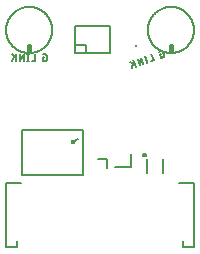
<source format=gbo>
G75*
%MOIN*%
%OFA0B0*%
%FSLAX25Y25*%
%IPPOS*%
%LPD*%
%AMOC8*
5,1,8,0,0,1.08239X$1,22.5*
%
%ADD10C,0.00787*%
%ADD11C,0.01575*%
%ADD12C,0.00600*%
%ADD13C,0.00787*%
%ADD14C,0.00500*%
%ADD15C,0.01761*%
D10*
X0166659Y0119425D02*
X0166661Y0119614D01*
X0166668Y0119802D01*
X0166680Y0119990D01*
X0166696Y0120178D01*
X0166717Y0120366D01*
X0166742Y0120553D01*
X0166772Y0120739D01*
X0166807Y0120925D01*
X0166846Y0121109D01*
X0166889Y0121293D01*
X0166937Y0121475D01*
X0166990Y0121656D01*
X0167047Y0121836D01*
X0167108Y0122015D01*
X0167174Y0122192D01*
X0167244Y0122367D01*
X0167318Y0122540D01*
X0167397Y0122712D01*
X0167480Y0122881D01*
X0167567Y0123049D01*
X0167658Y0123214D01*
X0167753Y0123377D01*
X0167852Y0123538D01*
X0167954Y0123696D01*
X0168061Y0123851D01*
X0168172Y0124004D01*
X0168286Y0124154D01*
X0168404Y0124302D01*
X0168525Y0124446D01*
X0168650Y0124587D01*
X0168779Y0124725D01*
X0168910Y0124861D01*
X0169046Y0124992D01*
X0169184Y0125121D01*
X0169325Y0125246D01*
X0169469Y0125367D01*
X0169617Y0125485D01*
X0169767Y0125599D01*
X0169920Y0125710D01*
X0170075Y0125817D01*
X0170233Y0125919D01*
X0170394Y0126018D01*
X0170557Y0126113D01*
X0170722Y0126204D01*
X0170890Y0126291D01*
X0171059Y0126374D01*
X0171231Y0126453D01*
X0171404Y0126527D01*
X0171579Y0126597D01*
X0171756Y0126663D01*
X0171935Y0126724D01*
X0172115Y0126781D01*
X0172296Y0126834D01*
X0172478Y0126882D01*
X0172662Y0126925D01*
X0172846Y0126964D01*
X0173032Y0126999D01*
X0173218Y0127029D01*
X0173405Y0127054D01*
X0173593Y0127075D01*
X0173781Y0127091D01*
X0173969Y0127103D01*
X0174157Y0127110D01*
X0174346Y0127112D01*
X0174535Y0127110D01*
X0174723Y0127103D01*
X0174911Y0127091D01*
X0175099Y0127075D01*
X0175287Y0127054D01*
X0175474Y0127029D01*
X0175660Y0126999D01*
X0175846Y0126964D01*
X0176030Y0126925D01*
X0176214Y0126882D01*
X0176396Y0126834D01*
X0176577Y0126781D01*
X0176757Y0126724D01*
X0176936Y0126663D01*
X0177113Y0126597D01*
X0177288Y0126527D01*
X0177461Y0126453D01*
X0177633Y0126374D01*
X0177802Y0126291D01*
X0177970Y0126204D01*
X0178135Y0126113D01*
X0178298Y0126018D01*
X0178459Y0125919D01*
X0178617Y0125817D01*
X0178772Y0125710D01*
X0178925Y0125599D01*
X0179075Y0125485D01*
X0179223Y0125367D01*
X0179367Y0125246D01*
X0179508Y0125121D01*
X0179646Y0124992D01*
X0179782Y0124861D01*
X0179913Y0124725D01*
X0180042Y0124587D01*
X0180167Y0124446D01*
X0180288Y0124302D01*
X0180406Y0124154D01*
X0180520Y0124004D01*
X0180631Y0123851D01*
X0180738Y0123696D01*
X0180840Y0123538D01*
X0180939Y0123377D01*
X0181034Y0123214D01*
X0181125Y0123049D01*
X0181212Y0122881D01*
X0181295Y0122712D01*
X0181374Y0122540D01*
X0181448Y0122367D01*
X0181518Y0122192D01*
X0181584Y0122015D01*
X0181645Y0121836D01*
X0181702Y0121656D01*
X0181755Y0121475D01*
X0181803Y0121293D01*
X0181846Y0121109D01*
X0181885Y0120925D01*
X0181920Y0120739D01*
X0181950Y0120553D01*
X0181975Y0120366D01*
X0181996Y0120178D01*
X0182012Y0119990D01*
X0182024Y0119802D01*
X0182031Y0119614D01*
X0182033Y0119425D01*
X0182031Y0119236D01*
X0182024Y0119048D01*
X0182012Y0118860D01*
X0181996Y0118672D01*
X0181975Y0118484D01*
X0181950Y0118297D01*
X0181920Y0118111D01*
X0181885Y0117925D01*
X0181846Y0117741D01*
X0181803Y0117557D01*
X0181755Y0117375D01*
X0181702Y0117194D01*
X0181645Y0117014D01*
X0181584Y0116835D01*
X0181518Y0116658D01*
X0181448Y0116483D01*
X0181374Y0116310D01*
X0181295Y0116138D01*
X0181212Y0115969D01*
X0181125Y0115801D01*
X0181034Y0115636D01*
X0180939Y0115473D01*
X0180840Y0115312D01*
X0180738Y0115154D01*
X0180631Y0114999D01*
X0180520Y0114846D01*
X0180406Y0114696D01*
X0180288Y0114548D01*
X0180167Y0114404D01*
X0180042Y0114263D01*
X0179913Y0114125D01*
X0179782Y0113989D01*
X0179646Y0113858D01*
X0179508Y0113729D01*
X0179367Y0113604D01*
X0179223Y0113483D01*
X0179075Y0113365D01*
X0178925Y0113251D01*
X0178772Y0113140D01*
X0178617Y0113033D01*
X0178459Y0112931D01*
X0178298Y0112832D01*
X0178135Y0112737D01*
X0177970Y0112646D01*
X0177802Y0112559D01*
X0177633Y0112476D01*
X0177461Y0112397D01*
X0177288Y0112323D01*
X0177113Y0112253D01*
X0176936Y0112187D01*
X0176757Y0112126D01*
X0176577Y0112069D01*
X0176396Y0112016D01*
X0176214Y0111968D01*
X0176030Y0111925D01*
X0175846Y0111886D01*
X0175660Y0111851D01*
X0175474Y0111821D01*
X0175287Y0111796D01*
X0175099Y0111775D01*
X0174911Y0111759D01*
X0174723Y0111747D01*
X0174535Y0111740D01*
X0174346Y0111738D01*
X0174157Y0111740D01*
X0173969Y0111747D01*
X0173781Y0111759D01*
X0173593Y0111775D01*
X0173405Y0111796D01*
X0173218Y0111821D01*
X0173032Y0111851D01*
X0172846Y0111886D01*
X0172662Y0111925D01*
X0172478Y0111968D01*
X0172296Y0112016D01*
X0172115Y0112069D01*
X0171935Y0112126D01*
X0171756Y0112187D01*
X0171579Y0112253D01*
X0171404Y0112323D01*
X0171231Y0112397D01*
X0171059Y0112476D01*
X0170890Y0112559D01*
X0170722Y0112646D01*
X0170557Y0112737D01*
X0170394Y0112832D01*
X0170233Y0112931D01*
X0170075Y0113033D01*
X0169920Y0113140D01*
X0169767Y0113251D01*
X0169617Y0113365D01*
X0169469Y0113483D01*
X0169325Y0113604D01*
X0169184Y0113729D01*
X0169046Y0113858D01*
X0168910Y0113989D01*
X0168779Y0114125D01*
X0168650Y0114263D01*
X0168525Y0114404D01*
X0168404Y0114548D01*
X0168286Y0114696D01*
X0168172Y0114846D01*
X0168061Y0114999D01*
X0167954Y0115154D01*
X0167852Y0115312D01*
X0167753Y0115473D01*
X0167658Y0115636D01*
X0167567Y0115801D01*
X0167480Y0115969D01*
X0167397Y0116138D01*
X0167318Y0116310D01*
X0167244Y0116483D01*
X0167174Y0116658D01*
X0167108Y0116835D01*
X0167047Y0117014D01*
X0166990Y0117194D01*
X0166937Y0117375D01*
X0166889Y0117557D01*
X0166846Y0117741D01*
X0166807Y0117925D01*
X0166772Y0118111D01*
X0166742Y0118297D01*
X0166717Y0118484D01*
X0166696Y0118672D01*
X0166680Y0118860D01*
X0166668Y0119048D01*
X0166661Y0119236D01*
X0166659Y0119425D01*
X0213904Y0119425D02*
X0213906Y0119614D01*
X0213913Y0119802D01*
X0213925Y0119990D01*
X0213941Y0120178D01*
X0213962Y0120366D01*
X0213987Y0120553D01*
X0214017Y0120739D01*
X0214052Y0120925D01*
X0214091Y0121109D01*
X0214134Y0121293D01*
X0214182Y0121475D01*
X0214235Y0121656D01*
X0214292Y0121836D01*
X0214353Y0122015D01*
X0214419Y0122192D01*
X0214489Y0122367D01*
X0214563Y0122540D01*
X0214642Y0122712D01*
X0214725Y0122881D01*
X0214812Y0123049D01*
X0214903Y0123214D01*
X0214998Y0123377D01*
X0215097Y0123538D01*
X0215199Y0123696D01*
X0215306Y0123851D01*
X0215417Y0124004D01*
X0215531Y0124154D01*
X0215649Y0124302D01*
X0215770Y0124446D01*
X0215895Y0124587D01*
X0216024Y0124725D01*
X0216155Y0124861D01*
X0216291Y0124992D01*
X0216429Y0125121D01*
X0216570Y0125246D01*
X0216714Y0125367D01*
X0216862Y0125485D01*
X0217012Y0125599D01*
X0217165Y0125710D01*
X0217320Y0125817D01*
X0217478Y0125919D01*
X0217639Y0126018D01*
X0217802Y0126113D01*
X0217967Y0126204D01*
X0218135Y0126291D01*
X0218304Y0126374D01*
X0218476Y0126453D01*
X0218649Y0126527D01*
X0218824Y0126597D01*
X0219001Y0126663D01*
X0219180Y0126724D01*
X0219360Y0126781D01*
X0219541Y0126834D01*
X0219723Y0126882D01*
X0219907Y0126925D01*
X0220091Y0126964D01*
X0220277Y0126999D01*
X0220463Y0127029D01*
X0220650Y0127054D01*
X0220838Y0127075D01*
X0221026Y0127091D01*
X0221214Y0127103D01*
X0221402Y0127110D01*
X0221591Y0127112D01*
X0221780Y0127110D01*
X0221968Y0127103D01*
X0222156Y0127091D01*
X0222344Y0127075D01*
X0222532Y0127054D01*
X0222719Y0127029D01*
X0222905Y0126999D01*
X0223091Y0126964D01*
X0223275Y0126925D01*
X0223459Y0126882D01*
X0223641Y0126834D01*
X0223822Y0126781D01*
X0224002Y0126724D01*
X0224181Y0126663D01*
X0224358Y0126597D01*
X0224533Y0126527D01*
X0224706Y0126453D01*
X0224878Y0126374D01*
X0225047Y0126291D01*
X0225215Y0126204D01*
X0225380Y0126113D01*
X0225543Y0126018D01*
X0225704Y0125919D01*
X0225862Y0125817D01*
X0226017Y0125710D01*
X0226170Y0125599D01*
X0226320Y0125485D01*
X0226468Y0125367D01*
X0226612Y0125246D01*
X0226753Y0125121D01*
X0226891Y0124992D01*
X0227027Y0124861D01*
X0227158Y0124725D01*
X0227287Y0124587D01*
X0227412Y0124446D01*
X0227533Y0124302D01*
X0227651Y0124154D01*
X0227765Y0124004D01*
X0227876Y0123851D01*
X0227983Y0123696D01*
X0228085Y0123538D01*
X0228184Y0123377D01*
X0228279Y0123214D01*
X0228370Y0123049D01*
X0228457Y0122881D01*
X0228540Y0122712D01*
X0228619Y0122540D01*
X0228693Y0122367D01*
X0228763Y0122192D01*
X0228829Y0122015D01*
X0228890Y0121836D01*
X0228947Y0121656D01*
X0229000Y0121475D01*
X0229048Y0121293D01*
X0229091Y0121109D01*
X0229130Y0120925D01*
X0229165Y0120739D01*
X0229195Y0120553D01*
X0229220Y0120366D01*
X0229241Y0120178D01*
X0229257Y0119990D01*
X0229269Y0119802D01*
X0229276Y0119614D01*
X0229278Y0119425D01*
X0229276Y0119236D01*
X0229269Y0119048D01*
X0229257Y0118860D01*
X0229241Y0118672D01*
X0229220Y0118484D01*
X0229195Y0118297D01*
X0229165Y0118111D01*
X0229130Y0117925D01*
X0229091Y0117741D01*
X0229048Y0117557D01*
X0229000Y0117375D01*
X0228947Y0117194D01*
X0228890Y0117014D01*
X0228829Y0116835D01*
X0228763Y0116658D01*
X0228693Y0116483D01*
X0228619Y0116310D01*
X0228540Y0116138D01*
X0228457Y0115969D01*
X0228370Y0115801D01*
X0228279Y0115636D01*
X0228184Y0115473D01*
X0228085Y0115312D01*
X0227983Y0115154D01*
X0227876Y0114999D01*
X0227765Y0114846D01*
X0227651Y0114696D01*
X0227533Y0114548D01*
X0227412Y0114404D01*
X0227287Y0114263D01*
X0227158Y0114125D01*
X0227027Y0113989D01*
X0226891Y0113858D01*
X0226753Y0113729D01*
X0226612Y0113604D01*
X0226468Y0113483D01*
X0226320Y0113365D01*
X0226170Y0113251D01*
X0226017Y0113140D01*
X0225862Y0113033D01*
X0225704Y0112931D01*
X0225543Y0112832D01*
X0225380Y0112737D01*
X0225215Y0112646D01*
X0225047Y0112559D01*
X0224878Y0112476D01*
X0224706Y0112397D01*
X0224533Y0112323D01*
X0224358Y0112253D01*
X0224181Y0112187D01*
X0224002Y0112126D01*
X0223822Y0112069D01*
X0223641Y0112016D01*
X0223459Y0111968D01*
X0223275Y0111925D01*
X0223091Y0111886D01*
X0222905Y0111851D01*
X0222719Y0111821D01*
X0222532Y0111796D01*
X0222344Y0111775D01*
X0222156Y0111759D01*
X0221968Y0111747D01*
X0221780Y0111740D01*
X0221591Y0111738D01*
X0221402Y0111740D01*
X0221214Y0111747D01*
X0221026Y0111759D01*
X0220838Y0111775D01*
X0220650Y0111796D01*
X0220463Y0111821D01*
X0220277Y0111851D01*
X0220091Y0111886D01*
X0219907Y0111925D01*
X0219723Y0111968D01*
X0219541Y0112016D01*
X0219360Y0112069D01*
X0219180Y0112126D01*
X0219001Y0112187D01*
X0218824Y0112253D01*
X0218649Y0112323D01*
X0218476Y0112397D01*
X0218304Y0112476D01*
X0218135Y0112559D01*
X0217967Y0112646D01*
X0217802Y0112737D01*
X0217639Y0112832D01*
X0217478Y0112931D01*
X0217320Y0113033D01*
X0217165Y0113140D01*
X0217012Y0113251D01*
X0216862Y0113365D01*
X0216714Y0113483D01*
X0216570Y0113604D01*
X0216429Y0113729D01*
X0216291Y0113858D01*
X0216155Y0113989D01*
X0216024Y0114125D01*
X0215895Y0114263D01*
X0215770Y0114404D01*
X0215649Y0114548D01*
X0215531Y0114696D01*
X0215417Y0114846D01*
X0215306Y0114999D01*
X0215199Y0115154D01*
X0215097Y0115312D01*
X0214998Y0115473D01*
X0214903Y0115636D01*
X0214812Y0115801D01*
X0214725Y0115969D01*
X0214642Y0116138D01*
X0214563Y0116310D01*
X0214489Y0116483D01*
X0214419Y0116658D01*
X0214353Y0116835D01*
X0214292Y0117014D01*
X0214235Y0117194D01*
X0214182Y0117375D01*
X0214134Y0117557D01*
X0214091Y0117741D01*
X0214052Y0117925D01*
X0214017Y0118111D01*
X0213987Y0118297D01*
X0213962Y0118484D01*
X0213941Y0118672D01*
X0213925Y0118860D01*
X0213913Y0119048D01*
X0213906Y0119236D01*
X0213904Y0119425D01*
D11*
X0221591Y0113913D02*
X0221591Y0112339D01*
X0174346Y0112339D02*
X0174346Y0113913D01*
D12*
X0174246Y0111251D02*
X0173767Y0111251D01*
X0174007Y0111251D02*
X0174007Y0109095D01*
X0174246Y0109095D02*
X0173767Y0109095D01*
X0172539Y0109095D02*
X0172539Y0111251D01*
X0171341Y0109095D01*
X0171341Y0111251D01*
X0169825Y0111251D02*
X0169825Y0109095D01*
X0169825Y0109934D02*
X0168627Y0111251D01*
X0169345Y0110413D02*
X0168627Y0109095D01*
X0175209Y0109095D02*
X0176167Y0109095D01*
X0176167Y0111251D01*
X0178947Y0111251D02*
X0179666Y0111251D01*
X0179708Y0111249D01*
X0179749Y0111244D01*
X0179790Y0111235D01*
X0179830Y0111222D01*
X0179868Y0111206D01*
X0179906Y0111187D01*
X0179941Y0111164D01*
X0179974Y0111139D01*
X0180005Y0111111D01*
X0180033Y0111080D01*
X0180058Y0111047D01*
X0180081Y0111012D01*
X0180100Y0110974D01*
X0180116Y0110936D01*
X0180129Y0110896D01*
X0180138Y0110855D01*
X0180143Y0110814D01*
X0180145Y0110772D01*
X0180145Y0109574D01*
X0180143Y0109532D01*
X0180138Y0109491D01*
X0180129Y0109450D01*
X0180116Y0109410D01*
X0180100Y0109372D01*
X0180081Y0109335D01*
X0180058Y0109299D01*
X0180033Y0109266D01*
X0180005Y0109235D01*
X0179974Y0109207D01*
X0179941Y0109182D01*
X0179906Y0109159D01*
X0179868Y0109140D01*
X0179830Y0109124D01*
X0179790Y0109111D01*
X0179749Y0109102D01*
X0179708Y0109097D01*
X0179666Y0109095D01*
X0178947Y0109095D01*
X0178947Y0110293D01*
X0179306Y0110293D01*
X0207998Y0108855D02*
X0209558Y0107997D01*
X0208949Y0108295D02*
X0208696Y0106815D01*
X0209829Y0107203D02*
X0209131Y0109243D01*
X0210565Y0109734D02*
X0211264Y0107695D01*
X0211699Y0110122D01*
X0212397Y0108083D01*
X0213559Y0108480D02*
X0214012Y0108636D01*
X0213786Y0108558D02*
X0213087Y0110598D01*
X0213314Y0110675D02*
X0212861Y0110520D01*
X0215132Y0111298D02*
X0215830Y0109258D01*
X0214923Y0108948D01*
X0218460Y0110158D02*
X0219140Y0110391D01*
X0219179Y0110406D01*
X0219216Y0110425D01*
X0219252Y0110446D01*
X0219286Y0110471D01*
X0219317Y0110499D01*
X0219346Y0110529D01*
X0219372Y0110562D01*
X0219395Y0110597D01*
X0219415Y0110633D01*
X0219432Y0110672D01*
X0219445Y0110711D01*
X0219455Y0110752D01*
X0219461Y0110793D01*
X0219464Y0110835D01*
X0219463Y0110877D01*
X0219458Y0110918D01*
X0219450Y0110959D01*
X0219438Y0110999D01*
X0219438Y0111000D02*
X0219050Y0112133D01*
X0219035Y0112172D01*
X0219016Y0112209D01*
X0218995Y0112245D01*
X0218970Y0112279D01*
X0218942Y0112310D01*
X0218912Y0112339D01*
X0218879Y0112365D01*
X0218844Y0112388D01*
X0218808Y0112408D01*
X0218769Y0112425D01*
X0218730Y0112438D01*
X0218689Y0112448D01*
X0218648Y0112454D01*
X0218606Y0112457D01*
X0218564Y0112456D01*
X0218523Y0112451D01*
X0218482Y0112443D01*
X0218442Y0112431D01*
X0218441Y0112431D02*
X0217762Y0112198D01*
X0218072Y0111292D02*
X0218460Y0110158D01*
X0218072Y0111292D02*
X0218412Y0111408D01*
D13*
X0209976Y0114150D03*
D14*
X0170409Y0046984D02*
X0166472Y0046984D01*
X0166472Y0068244D01*
X0171591Y0068244D01*
X0171984Y0071000D02*
X0192457Y0071000D01*
X0192457Y0085961D01*
X0171984Y0085961D01*
X0171984Y0071000D01*
X0188913Y0082024D02*
X0190488Y0083205D01*
X0197457Y0076236D02*
X0200213Y0076236D01*
X0200213Y0073480D01*
X0203087Y0073756D02*
X0208205Y0073756D01*
X0208205Y0078087D01*
X0212535Y0077693D02*
X0212537Y0077720D01*
X0212543Y0077747D01*
X0212552Y0077773D01*
X0212565Y0077797D01*
X0212581Y0077820D01*
X0212600Y0077839D01*
X0212622Y0077856D01*
X0212646Y0077870D01*
X0212671Y0077880D01*
X0212698Y0077887D01*
X0212725Y0077890D01*
X0212753Y0077889D01*
X0212780Y0077884D01*
X0212806Y0077876D01*
X0212830Y0077864D01*
X0212853Y0077848D01*
X0212874Y0077830D01*
X0212891Y0077809D01*
X0212906Y0077785D01*
X0212917Y0077760D01*
X0212925Y0077734D01*
X0212929Y0077707D01*
X0212929Y0077679D01*
X0212925Y0077652D01*
X0212917Y0077626D01*
X0212906Y0077601D01*
X0212891Y0077577D01*
X0212874Y0077556D01*
X0212853Y0077538D01*
X0212831Y0077522D01*
X0212806Y0077510D01*
X0212780Y0077502D01*
X0212753Y0077497D01*
X0212725Y0077496D01*
X0212698Y0077499D01*
X0212671Y0077506D01*
X0212646Y0077516D01*
X0212622Y0077530D01*
X0212600Y0077547D01*
X0212581Y0077566D01*
X0212565Y0077589D01*
X0212552Y0077613D01*
X0212543Y0077639D01*
X0212537Y0077666D01*
X0212535Y0077693D01*
X0212292Y0077693D02*
X0212294Y0077735D01*
X0212300Y0077776D01*
X0212310Y0077817D01*
X0212324Y0077857D01*
X0212341Y0077895D01*
X0212362Y0077931D01*
X0212386Y0077965D01*
X0212414Y0077997D01*
X0212444Y0078026D01*
X0212477Y0078051D01*
X0212512Y0078074D01*
X0212549Y0078093D01*
X0212588Y0078109D01*
X0212628Y0078121D01*
X0212669Y0078129D01*
X0212711Y0078133D01*
X0212753Y0078133D01*
X0212795Y0078129D01*
X0212836Y0078121D01*
X0212876Y0078109D01*
X0212915Y0078093D01*
X0212952Y0078074D01*
X0212987Y0078051D01*
X0213020Y0078026D01*
X0213050Y0077997D01*
X0213078Y0077965D01*
X0213102Y0077931D01*
X0213123Y0077895D01*
X0213140Y0077857D01*
X0213154Y0077817D01*
X0213164Y0077776D01*
X0213170Y0077735D01*
X0213172Y0077693D01*
X0213170Y0077651D01*
X0213164Y0077610D01*
X0213154Y0077569D01*
X0213140Y0077529D01*
X0213123Y0077491D01*
X0213102Y0077455D01*
X0213078Y0077421D01*
X0213050Y0077389D01*
X0213020Y0077360D01*
X0212987Y0077335D01*
X0212952Y0077312D01*
X0212915Y0077293D01*
X0212876Y0077277D01*
X0212836Y0077265D01*
X0212795Y0077257D01*
X0212753Y0077253D01*
X0212711Y0077253D01*
X0212669Y0077257D01*
X0212628Y0077265D01*
X0212588Y0077277D01*
X0212549Y0077293D01*
X0212512Y0077312D01*
X0212477Y0077335D01*
X0212444Y0077360D01*
X0212414Y0077389D01*
X0212386Y0077421D01*
X0212362Y0077455D01*
X0212341Y0077491D01*
X0212324Y0077529D01*
X0212310Y0077569D01*
X0212300Y0077610D01*
X0212294Y0077651D01*
X0212292Y0077693D01*
X0212732Y0077693D02*
X0212732Y0077496D01*
X0213717Y0076315D02*
X0213717Y0071591D01*
X0218835Y0071591D02*
X0218835Y0076315D01*
X0224346Y0068244D02*
X0229465Y0068244D01*
X0229465Y0046984D01*
X0225528Y0046984D01*
X0225528Y0048953D01*
X0170409Y0048953D02*
X0170409Y0046984D01*
X0189504Y0111748D02*
X0189504Y0114504D01*
X0193441Y0114504D01*
X0193441Y0111748D01*
X0201315Y0111748D01*
X0201315Y0120803D01*
X0189504Y0120803D01*
X0189504Y0114504D01*
X0189504Y0111748D02*
X0193441Y0111748D01*
D15*
X0188913Y0082024D03*
M02*

</source>
